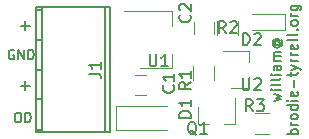
<source format=gbr>
G04 #@! TF.FileFunction,Legend,Top*
%FSLAX46Y46*%
G04 Gerber Fmt 4.6, Leading zero omitted, Abs format (unit mm)*
G04 Created by KiCad (PCBNEW 4.0.5-e0-6337~49~ubuntu15.04.1) date Mon Dec 18 21:15:46 2017*
%MOMM*%
%LPD*%
G01*
G04 APERTURE LIST*
%ADD10C,0.100000*%
%ADD11C,0.150000*%
%ADD12C,0.200000*%
%ADD13C,0.120000*%
G04 APERTURE END LIST*
D10*
D11*
X143377357Y-83443428D02*
X143944024Y-83281524D01*
X143539262Y-83119619D01*
X143944024Y-82957714D01*
X143377357Y-82795809D01*
X143944024Y-82472000D02*
X143377357Y-82472000D01*
X143094024Y-82472000D02*
X143134500Y-82512476D01*
X143174976Y-82472000D01*
X143134500Y-82431524D01*
X143094024Y-82472000D01*
X143174976Y-82472000D01*
X143944024Y-81945809D02*
X143903548Y-82026762D01*
X143822595Y-82067238D01*
X143094024Y-82067238D01*
X143944024Y-81500571D02*
X143903548Y-81581524D01*
X143822595Y-81622000D01*
X143094024Y-81622000D01*
X143944024Y-81176762D02*
X143377357Y-81176762D01*
X143094024Y-81176762D02*
X143134500Y-81217238D01*
X143174976Y-81176762D01*
X143134500Y-81136286D01*
X143094024Y-81176762D01*
X143174976Y-81176762D01*
X143944024Y-80407714D02*
X143498786Y-80407714D01*
X143417833Y-80448191D01*
X143377357Y-80529143D01*
X143377357Y-80691048D01*
X143417833Y-80772000D01*
X143903548Y-80407714D02*
X143944024Y-80488667D01*
X143944024Y-80691048D01*
X143903548Y-80772000D01*
X143822595Y-80812476D01*
X143741643Y-80812476D01*
X143660690Y-80772000D01*
X143620214Y-80691048D01*
X143620214Y-80488667D01*
X143579738Y-80407714D01*
X143944024Y-80002952D02*
X143377357Y-80002952D01*
X143458310Y-80002952D02*
X143417833Y-79962476D01*
X143377357Y-79881523D01*
X143377357Y-79760095D01*
X143417833Y-79679143D01*
X143498786Y-79638666D01*
X143944024Y-79638666D01*
X143498786Y-79638666D02*
X143417833Y-79598190D01*
X143377357Y-79517238D01*
X143377357Y-79395809D01*
X143417833Y-79314857D01*
X143498786Y-79274381D01*
X143944024Y-79274381D01*
X143539262Y-78343429D02*
X143498786Y-78383905D01*
X143458310Y-78464857D01*
X143458310Y-78545810D01*
X143498786Y-78626762D01*
X143539262Y-78667238D01*
X143620214Y-78707714D01*
X143701167Y-78707714D01*
X143782119Y-78667238D01*
X143822595Y-78626762D01*
X143863071Y-78545810D01*
X143863071Y-78464857D01*
X143822595Y-78383905D01*
X143782119Y-78343429D01*
X143458310Y-78343429D02*
X143782119Y-78343429D01*
X143822595Y-78302952D01*
X143822595Y-78262476D01*
X143782119Y-78181524D01*
X143701167Y-78141048D01*
X143498786Y-78141048D01*
X143377357Y-78222000D01*
X143296405Y-78343429D01*
X143255929Y-78505333D01*
X143296405Y-78667238D01*
X143377357Y-78788667D01*
X143498786Y-78869619D01*
X143660690Y-78910095D01*
X143822595Y-78869619D01*
X143944024Y-78788667D01*
X144024976Y-78667238D01*
X144065452Y-78505333D01*
X144024976Y-78343429D01*
X143944024Y-78222000D01*
X145369024Y-86216047D02*
X144519024Y-86216047D01*
X144842833Y-86216047D02*
X144802357Y-86135095D01*
X144802357Y-85973190D01*
X144842833Y-85892238D01*
X144883310Y-85851761D01*
X144964262Y-85811285D01*
X145207119Y-85811285D01*
X145288071Y-85851761D01*
X145328548Y-85892238D01*
X145369024Y-85973190D01*
X145369024Y-86135095D01*
X145328548Y-86216047D01*
X145369024Y-85446999D02*
X144802357Y-85446999D01*
X144964262Y-85446999D02*
X144883310Y-85406523D01*
X144842833Y-85366047D01*
X144802357Y-85285094D01*
X144802357Y-85204142D01*
X145369024Y-84799380D02*
X145328548Y-84880333D01*
X145288071Y-84920809D01*
X145207119Y-84961285D01*
X144964262Y-84961285D01*
X144883310Y-84920809D01*
X144842833Y-84880333D01*
X144802357Y-84799380D01*
X144802357Y-84677952D01*
X144842833Y-84597000D01*
X144883310Y-84556523D01*
X144964262Y-84516047D01*
X145207119Y-84516047D01*
X145288071Y-84556523D01*
X145328548Y-84597000D01*
X145369024Y-84677952D01*
X145369024Y-84799380D01*
X145369024Y-83787475D02*
X144519024Y-83787475D01*
X145328548Y-83787475D02*
X145369024Y-83868428D01*
X145369024Y-84030332D01*
X145328548Y-84111285D01*
X145288071Y-84151761D01*
X145207119Y-84192237D01*
X144964262Y-84192237D01*
X144883310Y-84151761D01*
X144842833Y-84111285D01*
X144802357Y-84030332D01*
X144802357Y-83868428D01*
X144842833Y-83787475D01*
X145369024Y-83382713D02*
X144802357Y-83382713D01*
X144519024Y-83382713D02*
X144559500Y-83423189D01*
X144599976Y-83382713D01*
X144559500Y-83342237D01*
X144519024Y-83382713D01*
X144599976Y-83382713D01*
X145328548Y-82654142D02*
X145369024Y-82735094D01*
X145369024Y-82896999D01*
X145328548Y-82977951D01*
X145247595Y-83018427D01*
X144923786Y-83018427D01*
X144842833Y-82977951D01*
X144802357Y-82896999D01*
X144802357Y-82735094D01*
X144842833Y-82654142D01*
X144923786Y-82613665D01*
X145004738Y-82613665D01*
X145085690Y-83018427D01*
X145045214Y-82249380D02*
X145045214Y-81601761D01*
X144802357Y-81318428D02*
X144802357Y-80994618D01*
X144519024Y-81196999D02*
X145247595Y-81196999D01*
X145328548Y-81156523D01*
X145369024Y-81075570D01*
X145369024Y-80994618D01*
X144802357Y-80792237D02*
X145369024Y-80589856D01*
X144802357Y-80387476D02*
X145369024Y-80589856D01*
X145571405Y-80670809D01*
X145611881Y-80711285D01*
X145652357Y-80792237D01*
X145369024Y-80063666D02*
X144802357Y-80063666D01*
X144964262Y-80063666D02*
X144883310Y-80023190D01*
X144842833Y-79982714D01*
X144802357Y-79901761D01*
X144802357Y-79820809D01*
X145369024Y-79537476D02*
X144802357Y-79537476D01*
X144964262Y-79537476D02*
X144883310Y-79497000D01*
X144842833Y-79456524D01*
X144802357Y-79375571D01*
X144802357Y-79294619D01*
X145328548Y-78687477D02*
X145369024Y-78768429D01*
X145369024Y-78930334D01*
X145328548Y-79011286D01*
X145247595Y-79051762D01*
X144923786Y-79051762D01*
X144842833Y-79011286D01*
X144802357Y-78930334D01*
X144802357Y-78768429D01*
X144842833Y-78687477D01*
X144923786Y-78647000D01*
X145004738Y-78647000D01*
X145085690Y-79051762D01*
X145369024Y-78161286D02*
X145328548Y-78242239D01*
X145247595Y-78282715D01*
X144519024Y-78282715D01*
X145369024Y-77716048D02*
X145328548Y-77797001D01*
X145247595Y-77837477D01*
X144519024Y-77837477D01*
X145288071Y-77392239D02*
X145328548Y-77351763D01*
X145369024Y-77392239D01*
X145328548Y-77432715D01*
X145288071Y-77392239D01*
X145369024Y-77392239D01*
X145369024Y-76866048D02*
X145328548Y-76947001D01*
X145288071Y-76987477D01*
X145207119Y-77027953D01*
X144964262Y-77027953D01*
X144883310Y-76987477D01*
X144842833Y-76947001D01*
X144802357Y-76866048D01*
X144802357Y-76744620D01*
X144842833Y-76663668D01*
X144883310Y-76623191D01*
X144964262Y-76582715D01*
X145207119Y-76582715D01*
X145288071Y-76623191D01*
X145328548Y-76663668D01*
X145369024Y-76744620D01*
X145369024Y-76866048D01*
X145369024Y-76218429D02*
X144802357Y-76218429D01*
X144964262Y-76218429D02*
X144883310Y-76177953D01*
X144842833Y-76137477D01*
X144802357Y-76056524D01*
X144802357Y-75975572D01*
X144802357Y-75327953D02*
X145490452Y-75327953D01*
X145571405Y-75368430D01*
X145611881Y-75408906D01*
X145652357Y-75489858D01*
X145652357Y-75611287D01*
X145611881Y-75692239D01*
X145328548Y-75327953D02*
X145369024Y-75408906D01*
X145369024Y-75570810D01*
X145328548Y-75651763D01*
X145288071Y-75692239D01*
X145207119Y-75732715D01*
X144964262Y-75732715D01*
X144883310Y-75692239D01*
X144842833Y-75651763D01*
X144802357Y-75570810D01*
X144802357Y-75408906D01*
X144842833Y-75327953D01*
D12*
X121936000Y-82113429D02*
X122697905Y-82113429D01*
X122316953Y-82494381D02*
X122316953Y-81732476D01*
X121361429Y-79102000D02*
X121285238Y-79063905D01*
X121170953Y-79063905D01*
X121056667Y-79102000D01*
X120980476Y-79178190D01*
X120942381Y-79254381D01*
X120904286Y-79406762D01*
X120904286Y-79521048D01*
X120942381Y-79673429D01*
X120980476Y-79749619D01*
X121056667Y-79825810D01*
X121170953Y-79863905D01*
X121247143Y-79863905D01*
X121361429Y-79825810D01*
X121399524Y-79787714D01*
X121399524Y-79521048D01*
X121247143Y-79521048D01*
X121742381Y-79863905D02*
X121742381Y-79063905D01*
X122199524Y-79863905D01*
X122199524Y-79063905D01*
X122580476Y-79863905D02*
X122580476Y-79063905D01*
X122770952Y-79063905D01*
X122885238Y-79102000D01*
X122961429Y-79178190D01*
X122999524Y-79254381D01*
X123037619Y-79406762D01*
X123037619Y-79521048D01*
X122999524Y-79673429D01*
X122961429Y-79749619D01*
X122885238Y-79825810D01*
X122770952Y-79863905D01*
X122580476Y-79863905D01*
X121640762Y-84397905D02*
X121793143Y-84397905D01*
X121869334Y-84436000D01*
X121945524Y-84512190D01*
X121983619Y-84664571D01*
X121983619Y-84931238D01*
X121945524Y-85083619D01*
X121869334Y-85159810D01*
X121793143Y-85197905D01*
X121640762Y-85197905D01*
X121564572Y-85159810D01*
X121488381Y-85083619D01*
X121450286Y-84931238D01*
X121450286Y-84664571D01*
X121488381Y-84512190D01*
X121564572Y-84436000D01*
X121640762Y-84397905D01*
X122326476Y-85197905D02*
X122326476Y-84397905D01*
X122516952Y-84397905D01*
X122631238Y-84436000D01*
X122707429Y-84512190D01*
X122745524Y-84588381D01*
X122783619Y-84740762D01*
X122783619Y-84855048D01*
X122745524Y-85007429D01*
X122707429Y-85083619D01*
X122631238Y-85159810D01*
X122516952Y-85197905D01*
X122326476Y-85197905D01*
X121936000Y-77033429D02*
X122697905Y-77033429D01*
X122316953Y-77414381D02*
X122316953Y-76652476D01*
D13*
X136534000Y-81626000D02*
X136534000Y-80426000D01*
X138294000Y-80426000D02*
X138294000Y-81626000D01*
X132580000Y-81192000D02*
X131580000Y-81192000D01*
X131580000Y-82892000D02*
X132580000Y-82892000D01*
X136564000Y-76716000D02*
X136564000Y-77716000D01*
X138264000Y-77716000D02*
X138264000Y-76716000D01*
D11*
X129463800Y-86072980D02*
X129463800Y-75471020D01*
X129065020Y-75471020D02*
X129065020Y-86072980D01*
X123764040Y-75471020D02*
X123764040Y-86072980D01*
X123266200Y-86072980D02*
X123266200Y-75471020D01*
X123764040Y-83268820D02*
X123266200Y-83268820D01*
X123764040Y-80772000D02*
X123266200Y-80772000D01*
X123266200Y-75674220D02*
X123764040Y-75674220D01*
X123764040Y-85872320D02*
X123266200Y-85872320D01*
X123266200Y-78275180D02*
X123764040Y-78275180D01*
X123266200Y-86070440D02*
X129463800Y-86070440D01*
X129463800Y-75476100D02*
X123266200Y-75476100D01*
D13*
X136916000Y-85342000D02*
X137846000Y-85342000D01*
X140076000Y-85342000D02*
X139146000Y-85342000D01*
X140076000Y-85342000D02*
X140076000Y-83182000D01*
X136916000Y-85342000D02*
X136916000Y-83882000D01*
X134705000Y-79432000D02*
X134705000Y-80632000D01*
X134705000Y-80632000D02*
X132005000Y-80632000D01*
X130705000Y-75832000D02*
X134705000Y-75832000D01*
X134705000Y-75832000D02*
X134705000Y-77032000D01*
X141222000Y-82352000D02*
X141222000Y-81422000D01*
X141222000Y-79192000D02*
X141222000Y-80122000D01*
X141222000Y-79192000D02*
X139062000Y-79192000D01*
X141222000Y-82352000D02*
X139762000Y-82352000D01*
X134338000Y-83836000D02*
X130038000Y-83836000D01*
X130038000Y-83836000D02*
X130038000Y-85836000D01*
X130038000Y-85836000D02*
X134338000Y-85836000D01*
X144294000Y-77408000D02*
X144294000Y-76008000D01*
X144294000Y-76008000D02*
X141494000Y-76008000D01*
X144294000Y-77408000D02*
X141494000Y-77408000D01*
X138566000Y-77816000D02*
X138566000Y-76616000D01*
X140326000Y-76616000D02*
X140326000Y-77816000D01*
X141767000Y-84464000D02*
X142967000Y-84464000D01*
X142967000Y-86224000D02*
X141767000Y-86224000D01*
D11*
X136342381Y-81827666D02*
X135866190Y-82161000D01*
X136342381Y-82399095D02*
X135342381Y-82399095D01*
X135342381Y-82018142D01*
X135390000Y-81922904D01*
X135437619Y-81875285D01*
X135532857Y-81827666D01*
X135675714Y-81827666D01*
X135770952Y-81875285D01*
X135818571Y-81922904D01*
X135866190Y-82018142D01*
X135866190Y-82399095D01*
X136342381Y-80875285D02*
X136342381Y-81446714D01*
X136342381Y-81161000D02*
X135342381Y-81161000D01*
X135485238Y-81256238D01*
X135580476Y-81351476D01*
X135628095Y-81446714D01*
X134850143Y-82081666D02*
X134897762Y-82129285D01*
X134945381Y-82272142D01*
X134945381Y-82367380D01*
X134897762Y-82510238D01*
X134802524Y-82605476D01*
X134707286Y-82653095D01*
X134516810Y-82700714D01*
X134373952Y-82700714D01*
X134183476Y-82653095D01*
X134088238Y-82605476D01*
X133993000Y-82510238D01*
X133945381Y-82367380D01*
X133945381Y-82272142D01*
X133993000Y-82129285D01*
X134040619Y-82081666D01*
X134945381Y-81129285D02*
X134945381Y-81700714D01*
X134945381Y-81415000D02*
X133945381Y-81415000D01*
X134088238Y-81510238D01*
X134183476Y-81605476D01*
X134231095Y-81700714D01*
X136247143Y-76112666D02*
X136294762Y-76160285D01*
X136342381Y-76303142D01*
X136342381Y-76398380D01*
X136294762Y-76541238D01*
X136199524Y-76636476D01*
X136104286Y-76684095D01*
X135913810Y-76731714D01*
X135770952Y-76731714D01*
X135580476Y-76684095D01*
X135485238Y-76636476D01*
X135390000Y-76541238D01*
X135342381Y-76398380D01*
X135342381Y-76303142D01*
X135390000Y-76160285D01*
X135437619Y-76112666D01*
X135437619Y-75731714D02*
X135390000Y-75684095D01*
X135342381Y-75588857D01*
X135342381Y-75350761D01*
X135390000Y-75255523D01*
X135437619Y-75207904D01*
X135532857Y-75160285D01*
X135628095Y-75160285D01*
X135770952Y-75207904D01*
X136342381Y-75779333D01*
X136342381Y-75160285D01*
X127722381Y-81105333D02*
X128436667Y-81105333D01*
X128579524Y-81152953D01*
X128674762Y-81248191D01*
X128722381Y-81391048D01*
X128722381Y-81486286D01*
X128722381Y-80105333D02*
X128722381Y-80676762D01*
X128722381Y-80391048D02*
X127722381Y-80391048D01*
X127865238Y-80486286D01*
X127960476Y-80581524D01*
X128008095Y-80676762D01*
X136810762Y-86272619D02*
X136715524Y-86225000D01*
X136620286Y-86129762D01*
X136477429Y-85986905D01*
X136382190Y-85939286D01*
X136286952Y-85939286D01*
X136334571Y-86177381D02*
X136239333Y-86129762D01*
X136144095Y-86034524D01*
X136096476Y-85844048D01*
X136096476Y-85510714D01*
X136144095Y-85320238D01*
X136239333Y-85225000D01*
X136334571Y-85177381D01*
X136525048Y-85177381D01*
X136620286Y-85225000D01*
X136715524Y-85320238D01*
X136763143Y-85510714D01*
X136763143Y-85844048D01*
X136715524Y-86034524D01*
X136620286Y-86129762D01*
X136525048Y-86177381D01*
X136334571Y-86177381D01*
X137715524Y-86177381D02*
X137144095Y-86177381D01*
X137429809Y-86177381D02*
X137429809Y-85177381D01*
X137334571Y-85320238D01*
X137239333Y-85415476D01*
X137144095Y-85463095D01*
X132842095Y-79462381D02*
X132842095Y-80271905D01*
X132889714Y-80367143D01*
X132937333Y-80414762D01*
X133032571Y-80462381D01*
X133223048Y-80462381D01*
X133318286Y-80414762D01*
X133365905Y-80367143D01*
X133413524Y-80271905D01*
X133413524Y-79462381D01*
X134413524Y-80462381D02*
X133842095Y-80462381D01*
X134127809Y-80462381D02*
X134127809Y-79462381D01*
X134032571Y-79605238D01*
X133937333Y-79700476D01*
X133842095Y-79748095D01*
X140716095Y-81494381D02*
X140716095Y-82303905D01*
X140763714Y-82399143D01*
X140811333Y-82446762D01*
X140906571Y-82494381D01*
X141097048Y-82494381D01*
X141192286Y-82446762D01*
X141239905Y-82399143D01*
X141287524Y-82303905D01*
X141287524Y-81494381D01*
X141716095Y-81589619D02*
X141763714Y-81542000D01*
X141858952Y-81494381D01*
X142097048Y-81494381D01*
X142192286Y-81542000D01*
X142239905Y-81589619D01*
X142287524Y-81684857D01*
X142287524Y-81780095D01*
X142239905Y-81922952D01*
X141668476Y-82494381D01*
X142287524Y-82494381D01*
X136342381Y-84812095D02*
X135342381Y-84812095D01*
X135342381Y-84574000D01*
X135390000Y-84431142D01*
X135485238Y-84335904D01*
X135580476Y-84288285D01*
X135770952Y-84240666D01*
X135913810Y-84240666D01*
X136104286Y-84288285D01*
X136199524Y-84335904D01*
X136294762Y-84431142D01*
X136342381Y-84574000D01*
X136342381Y-84812095D01*
X136342381Y-83288285D02*
X136342381Y-83859714D01*
X136342381Y-83574000D02*
X135342381Y-83574000D01*
X135485238Y-83669238D01*
X135580476Y-83764476D01*
X135628095Y-83859714D01*
X140739905Y-78684381D02*
X140739905Y-77684381D01*
X140978000Y-77684381D01*
X141120858Y-77732000D01*
X141216096Y-77827238D01*
X141263715Y-77922476D01*
X141311334Y-78112952D01*
X141311334Y-78255810D01*
X141263715Y-78446286D01*
X141216096Y-78541524D01*
X141120858Y-78636762D01*
X140978000Y-78684381D01*
X140739905Y-78684381D01*
X141692286Y-77779619D02*
X141739905Y-77732000D01*
X141835143Y-77684381D01*
X142073239Y-77684381D01*
X142168477Y-77732000D01*
X142216096Y-77779619D01*
X142263715Y-77874857D01*
X142263715Y-77970095D01*
X142216096Y-78112952D01*
X141644667Y-78684381D01*
X142263715Y-78684381D01*
X139279334Y-77668381D02*
X138946000Y-77192190D01*
X138707905Y-77668381D02*
X138707905Y-76668381D01*
X139088858Y-76668381D01*
X139184096Y-76716000D01*
X139231715Y-76763619D01*
X139279334Y-76858857D01*
X139279334Y-77001714D01*
X139231715Y-77096952D01*
X139184096Y-77144571D01*
X139088858Y-77192190D01*
X138707905Y-77192190D01*
X139660286Y-76763619D02*
X139707905Y-76716000D01*
X139803143Y-76668381D01*
X140041239Y-76668381D01*
X140136477Y-76716000D01*
X140184096Y-76763619D01*
X140231715Y-76858857D01*
X140231715Y-76954095D01*
X140184096Y-77096952D01*
X139612667Y-77668381D01*
X140231715Y-77668381D01*
X141565334Y-84272381D02*
X141232000Y-83796190D01*
X140993905Y-84272381D02*
X140993905Y-83272381D01*
X141374858Y-83272381D01*
X141470096Y-83320000D01*
X141517715Y-83367619D01*
X141565334Y-83462857D01*
X141565334Y-83605714D01*
X141517715Y-83700952D01*
X141470096Y-83748571D01*
X141374858Y-83796190D01*
X140993905Y-83796190D01*
X141898667Y-83272381D02*
X142517715Y-83272381D01*
X142184381Y-83653333D01*
X142327239Y-83653333D01*
X142422477Y-83700952D01*
X142470096Y-83748571D01*
X142517715Y-83843810D01*
X142517715Y-84081905D01*
X142470096Y-84177143D01*
X142422477Y-84224762D01*
X142327239Y-84272381D01*
X142041524Y-84272381D01*
X141946286Y-84224762D01*
X141898667Y-84177143D01*
M02*

</source>
